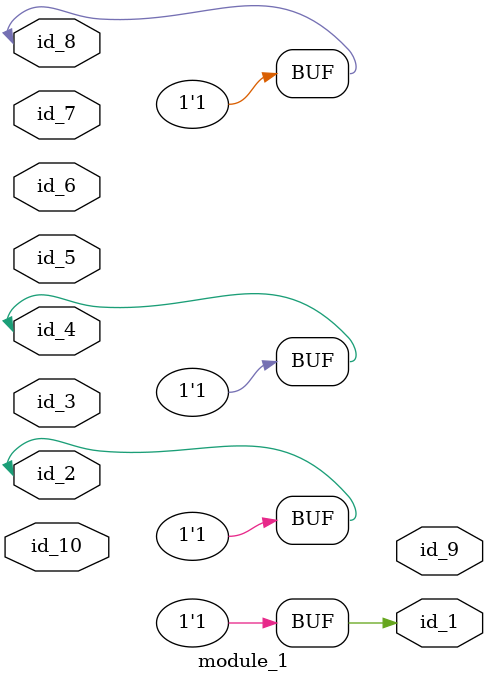
<source format=v>
module module_0;
  assign id_1 = id_1 ? -1 : id_1;
endmodule
module module_1 (
    id_1,
    id_2,
    id_3,
    id_4,
    id_5,
    id_6,
    id_7,
    id_8,
    id_9,
    id_10
);
  input wire id_10;
  output wire id_9;
  inout wire id_8;
  input wire id_7;
  input wire id_6;
  inout wire id_5;
  inout wire id_4;
  inout wire id_3;
  inout wire id_2;
  output wire id_1;
  assign id_8 = -1;
  wire id_11;
  assign #1 id_1 = -1;
  wire id_12;
  wire id_13, id_14;
  wire id_15;
  always id_4 <= id_2;
  initial id_2 = (-1);
  module_0 modCall_1 ();
endmodule

</source>
